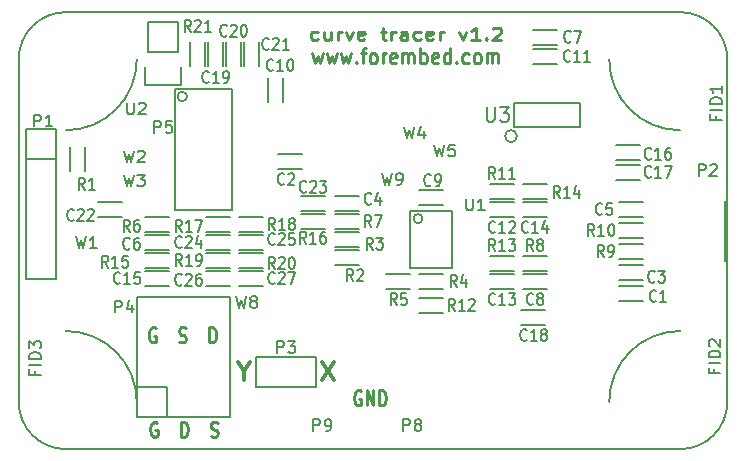
<source format=gbr>
G04 #@! TF.FileFunction,Legend,Top*
%FSLAX46Y46*%
G04 Gerber Fmt 4.6, Leading zero omitted, Abs format (unit mm)*
G04 Created by KiCad (PCBNEW 4.0.6-e0-6349~52~ubuntu16.10.1) date Wed Sep 13 22:27:02 2017*
%MOMM*%
%LPD*%
G01*
G04 APERTURE LIST*
%ADD10C,0.100000*%
%ADD11C,0.300000*%
%ADD12C,0.254000*%
%ADD13C,0.150000*%
%ADD14C,0.203200*%
G04 APERTURE END LIST*
D10*
D11*
X-10922000Y-11902286D02*
X-10922000Y-12616571D01*
X-11422000Y-11116571D02*
X-10922000Y-11902286D01*
X-10422000Y-11116571D01*
X-4309999Y-11116571D02*
X-3309999Y-12616571D01*
X-3309999Y-11116571D02*
X-4309999Y-12616571D01*
D12*
X-18402904Y-8255000D02*
X-18499666Y-8194524D01*
X-18644809Y-8194524D01*
X-18789951Y-8255000D01*
X-18886713Y-8375952D01*
X-18935094Y-8496905D01*
X-18983475Y-8738810D01*
X-18983475Y-8920238D01*
X-18935094Y-9162143D01*
X-18886713Y-9283095D01*
X-18789951Y-9404048D01*
X-18644809Y-9464524D01*
X-18548047Y-9464524D01*
X-18402904Y-9404048D01*
X-18354523Y-9343571D01*
X-18354523Y-8920238D01*
X-18548047Y-8920238D01*
X-16419285Y-9404048D02*
X-16274142Y-9464524D01*
X-16032238Y-9464524D01*
X-15935476Y-9404048D01*
X-15887095Y-9343571D01*
X-15838714Y-9222619D01*
X-15838714Y-9101667D01*
X-15887095Y-8980714D01*
X-15935476Y-8920238D01*
X-16032238Y-8859762D01*
X-16225761Y-8799286D01*
X-16322523Y-8738810D01*
X-16370904Y-8678333D01*
X-16419285Y-8557381D01*
X-16419285Y-8436429D01*
X-16370904Y-8315476D01*
X-16322523Y-8255000D01*
X-16225761Y-8194524D01*
X-15983857Y-8194524D01*
X-15838714Y-8255000D01*
X-13855095Y-9464524D02*
X-13855095Y-8194524D01*
X-13613190Y-8194524D01*
X-13468048Y-8255000D01*
X-13371286Y-8375952D01*
X-13322905Y-8496905D01*
X-13274524Y-8738810D01*
X-13274524Y-8920238D01*
X-13322905Y-9162143D01*
X-13371286Y-9283095D01*
X-13468048Y-9404048D01*
X-13613190Y-9464524D01*
X-13855095Y-9464524D01*
X-18275904Y-16256000D02*
X-18372666Y-16195524D01*
X-18517809Y-16195524D01*
X-18662951Y-16256000D01*
X-18759713Y-16376952D01*
X-18808094Y-16497905D01*
X-18856475Y-16739810D01*
X-18856475Y-16921238D01*
X-18808094Y-17163143D01*
X-18759713Y-17284095D01*
X-18662951Y-17405048D01*
X-18517809Y-17465524D01*
X-18421047Y-17465524D01*
X-18275904Y-17405048D01*
X-18227523Y-17344571D01*
X-18227523Y-16921238D01*
X-18421047Y-16921238D01*
X-16243904Y-17465524D02*
X-16243904Y-16195524D01*
X-16001999Y-16195524D01*
X-15856857Y-16256000D01*
X-15760095Y-16376952D01*
X-15711714Y-16497905D01*
X-15663333Y-16739810D01*
X-15663333Y-16921238D01*
X-15711714Y-17163143D01*
X-15760095Y-17284095D01*
X-15856857Y-17405048D01*
X-16001999Y-17465524D01*
X-16243904Y-17465524D01*
X-13728095Y-17405048D02*
X-13582952Y-17465524D01*
X-13341048Y-17465524D01*
X-13244286Y-17405048D01*
X-13195905Y-17344571D01*
X-13147524Y-17223619D01*
X-13147524Y-17102667D01*
X-13195905Y-16981714D01*
X-13244286Y-16921238D01*
X-13341048Y-16860762D01*
X-13534571Y-16800286D01*
X-13631333Y-16739810D01*
X-13679714Y-16679333D01*
X-13728095Y-16558381D01*
X-13728095Y-16437429D01*
X-13679714Y-16316476D01*
X-13631333Y-16256000D01*
X-13534571Y-16195524D01*
X-13292667Y-16195524D01*
X-13147524Y-16256000D01*
X-1028095Y-13589000D02*
X-1124857Y-13528524D01*
X-1270000Y-13528524D01*
X-1415142Y-13589000D01*
X-1511904Y-13709952D01*
X-1560285Y-13830905D01*
X-1608666Y-14072810D01*
X-1608666Y-14254238D01*
X-1560285Y-14496143D01*
X-1511904Y-14617095D01*
X-1415142Y-14738048D01*
X-1270000Y-14798524D01*
X-1173238Y-14798524D01*
X-1028095Y-14738048D01*
X-979714Y-14677571D01*
X-979714Y-14254238D01*
X-1173238Y-14254238D01*
X-544285Y-14798524D02*
X-544285Y-13528524D01*
X36286Y-14798524D01*
X36286Y-13528524D01*
X520096Y-14798524D02*
X520096Y-13528524D01*
X762001Y-13528524D01*
X907143Y-13589000D01*
X1003905Y-13709952D01*
X1052286Y-13830905D01*
X1100667Y-14072810D01*
X1100667Y-14254238D01*
X1052286Y-14496143D01*
X1003905Y-14617095D01*
X907143Y-14738048D01*
X762001Y-14798524D01*
X520096Y-14798524D01*
X-5125357Y15004143D02*
X-4907643Y14157476D01*
X-4689929Y14762238D01*
X-4472214Y14157476D01*
X-4254500Y15004143D01*
X-3927928Y15004143D02*
X-3710214Y14157476D01*
X-3492500Y14762238D01*
X-3274785Y14157476D01*
X-3057071Y15004143D01*
X-2730499Y15004143D02*
X-2512785Y14157476D01*
X-2295071Y14762238D01*
X-2077356Y14157476D01*
X-1859642Y15004143D01*
X-1424213Y14278429D02*
X-1369785Y14217952D01*
X-1424213Y14157476D01*
X-1478642Y14217952D01*
X-1424213Y14278429D01*
X-1424213Y14157476D01*
X-1043213Y15004143D02*
X-607784Y15004143D01*
X-879927Y14157476D02*
X-879927Y15246048D01*
X-825499Y15367000D01*
X-716641Y15427476D01*
X-607784Y15427476D01*
X-63498Y14157476D02*
X-172356Y14217952D01*
X-226784Y14278429D01*
X-281213Y14399381D01*
X-281213Y14762238D01*
X-226784Y14883190D01*
X-172356Y14943667D01*
X-63498Y15004143D01*
X99787Y15004143D01*
X208644Y14943667D01*
X263073Y14883190D01*
X317502Y14762238D01*
X317502Y14399381D01*
X263073Y14278429D01*
X208644Y14217952D01*
X99787Y14157476D01*
X-63498Y14157476D01*
X807359Y14157476D02*
X807359Y15004143D01*
X807359Y14762238D02*
X861787Y14883190D01*
X916216Y14943667D01*
X1025073Y15004143D01*
X1133930Y15004143D01*
X1950358Y14217952D02*
X1841501Y14157476D01*
X1623787Y14157476D01*
X1514930Y14217952D01*
X1460501Y14338905D01*
X1460501Y14822714D01*
X1514930Y14943667D01*
X1623787Y15004143D01*
X1841501Y15004143D01*
X1950358Y14943667D01*
X2004787Y14822714D01*
X2004787Y14701762D01*
X1460501Y14580810D01*
X2494644Y14157476D02*
X2494644Y15004143D01*
X2494644Y14883190D02*
X2549072Y14943667D01*
X2657930Y15004143D01*
X2821215Y15004143D01*
X2930072Y14943667D01*
X2984501Y14822714D01*
X2984501Y14157476D01*
X2984501Y14822714D02*
X3038930Y14943667D01*
X3147787Y15004143D01*
X3311072Y15004143D01*
X3419930Y14943667D01*
X3474358Y14822714D01*
X3474358Y14157476D01*
X4018644Y14157476D02*
X4018644Y15427476D01*
X4018644Y14943667D02*
X4127501Y15004143D01*
X4345215Y15004143D01*
X4454072Y14943667D01*
X4508501Y14883190D01*
X4562930Y14762238D01*
X4562930Y14399381D01*
X4508501Y14278429D01*
X4454072Y14217952D01*
X4345215Y14157476D01*
X4127501Y14157476D01*
X4018644Y14217952D01*
X5488215Y14217952D02*
X5379358Y14157476D01*
X5161644Y14157476D01*
X5052787Y14217952D01*
X4998358Y14338905D01*
X4998358Y14822714D01*
X5052787Y14943667D01*
X5161644Y15004143D01*
X5379358Y15004143D01*
X5488215Y14943667D01*
X5542644Y14822714D01*
X5542644Y14701762D01*
X4998358Y14580810D01*
X6522358Y14157476D02*
X6522358Y15427476D01*
X6522358Y14217952D02*
X6413501Y14157476D01*
X6195787Y14157476D01*
X6086929Y14217952D01*
X6032501Y14278429D01*
X5978072Y14399381D01*
X5978072Y14762238D01*
X6032501Y14883190D01*
X6086929Y14943667D01*
X6195787Y15004143D01*
X6413501Y15004143D01*
X6522358Y14943667D01*
X7066644Y14278429D02*
X7121072Y14217952D01*
X7066644Y14157476D01*
X7012215Y14217952D01*
X7066644Y14278429D01*
X7066644Y14157476D01*
X8100787Y14217952D02*
X7991930Y14157476D01*
X7774216Y14157476D01*
X7665358Y14217952D01*
X7610930Y14278429D01*
X7556501Y14399381D01*
X7556501Y14762238D01*
X7610930Y14883190D01*
X7665358Y14943667D01*
X7774216Y15004143D01*
X7991930Y15004143D01*
X8100787Y14943667D01*
X8753930Y14157476D02*
X8645072Y14217952D01*
X8590644Y14278429D01*
X8536215Y14399381D01*
X8536215Y14762238D01*
X8590644Y14883190D01*
X8645072Y14943667D01*
X8753930Y15004143D01*
X8917215Y15004143D01*
X9026072Y14943667D01*
X9080501Y14883190D01*
X9134930Y14762238D01*
X9134930Y14399381D01*
X9080501Y14278429D01*
X9026072Y14217952D01*
X8917215Y14157476D01*
X8753930Y14157476D01*
X9624787Y14157476D02*
X9624787Y15004143D01*
X9624787Y14883190D02*
X9679215Y14943667D01*
X9788073Y15004143D01*
X9951358Y15004143D01*
X10060215Y14943667D01*
X10114644Y14822714D01*
X10114644Y14157476D01*
X10114644Y14822714D02*
X10169073Y14943667D01*
X10277930Y15004143D01*
X10441215Y15004143D01*
X10550073Y14943667D01*
X10604501Y14822714D01*
X10604501Y14157476D01*
X-4674808Y16225762D02*
X-4795761Y16177381D01*
X-5037665Y16177381D01*
X-5158618Y16225762D01*
X-5219094Y16274143D01*
X-5279570Y16370905D01*
X-5279570Y16661190D01*
X-5219094Y16757952D01*
X-5158618Y16806333D01*
X-5037665Y16854714D01*
X-4795761Y16854714D01*
X-4674808Y16806333D01*
X-3586237Y16854714D02*
X-3586237Y16177381D01*
X-4130523Y16854714D02*
X-4130523Y16322524D01*
X-4070047Y16225762D01*
X-3949094Y16177381D01*
X-3767666Y16177381D01*
X-3646714Y16225762D01*
X-3586237Y16274143D01*
X-2981475Y16177381D02*
X-2981475Y16854714D01*
X-2981475Y16661190D02*
X-2920999Y16757952D01*
X-2860523Y16806333D01*
X-2739570Y16854714D01*
X-2618618Y16854714D01*
X-2316237Y16854714D02*
X-2013856Y16177381D01*
X-1711476Y16854714D01*
X-743857Y16225762D02*
X-864809Y16177381D01*
X-1106714Y16177381D01*
X-1227666Y16225762D01*
X-1288142Y16322524D01*
X-1288142Y16709571D01*
X-1227666Y16806333D01*
X-1106714Y16854714D01*
X-864809Y16854714D01*
X-743857Y16806333D01*
X-683380Y16709571D01*
X-683380Y16612810D01*
X-1288142Y16516048D01*
X647095Y16854714D02*
X1130905Y16854714D01*
X828524Y17193381D02*
X828524Y16322524D01*
X889000Y16225762D01*
X1009953Y16177381D01*
X1130905Y16177381D01*
X1554238Y16177381D02*
X1554238Y16854714D01*
X1554238Y16661190D02*
X1614714Y16757952D01*
X1675190Y16806333D01*
X1796143Y16854714D01*
X1917095Y16854714D01*
X2884714Y16177381D02*
X2884714Y16709571D01*
X2824237Y16806333D01*
X2703285Y16854714D01*
X2461380Y16854714D01*
X2340428Y16806333D01*
X2884714Y16225762D02*
X2763761Y16177381D01*
X2461380Y16177381D01*
X2340428Y16225762D01*
X2279952Y16322524D01*
X2279952Y16419286D01*
X2340428Y16516048D01*
X2461380Y16564429D01*
X2763761Y16564429D01*
X2884714Y16612810D01*
X4033762Y16225762D02*
X3912809Y16177381D01*
X3670905Y16177381D01*
X3549952Y16225762D01*
X3489476Y16274143D01*
X3429000Y16370905D01*
X3429000Y16661190D01*
X3489476Y16757952D01*
X3549952Y16806333D01*
X3670905Y16854714D01*
X3912809Y16854714D01*
X4033762Y16806333D01*
X5061856Y16225762D02*
X4940904Y16177381D01*
X4698999Y16177381D01*
X4578047Y16225762D01*
X4517571Y16322524D01*
X4517571Y16709571D01*
X4578047Y16806333D01*
X4698999Y16854714D01*
X4940904Y16854714D01*
X5061856Y16806333D01*
X5122333Y16709571D01*
X5122333Y16612810D01*
X4517571Y16516048D01*
X5666618Y16177381D02*
X5666618Y16854714D01*
X5666618Y16661190D02*
X5727094Y16757952D01*
X5787570Y16806333D01*
X5908523Y16854714D01*
X6029475Y16854714D01*
X7299475Y16854714D02*
X7601856Y16177381D01*
X7904236Y16854714D01*
X9053284Y16177381D02*
X8327570Y16177381D01*
X8690427Y16177381D02*
X8690427Y17193381D01*
X8569475Y17048238D01*
X8448522Y16951476D01*
X8327570Y16903095D01*
X9597570Y16274143D02*
X9658046Y16225762D01*
X9597570Y16177381D01*
X9537094Y16225762D01*
X9597570Y16274143D01*
X9597570Y16177381D01*
X10141856Y17096619D02*
X10202332Y17145000D01*
X10323284Y17193381D01*
X10625665Y17193381D01*
X10746618Y17145000D01*
X10807094Y17096619D01*
X10867570Y16999857D01*
X10867570Y16903095D01*
X10807094Y16757952D01*
X10081380Y16177381D01*
X10867570Y16177381D01*
D13*
X12192000Y8001000D02*
G75*
G03X12192000Y8001000I-508000J0D01*
G01*
X17526000Y10795000D02*
X11938000Y10795000D01*
X11938000Y10795000D02*
X11938000Y8763000D01*
X11938000Y8763000D02*
X17526000Y8763000D01*
X17526000Y8763000D02*
X17526000Y10795000D01*
X20828000Y-5969000D02*
X22860000Y-5969000D01*
X20828000Y-4699000D02*
X22860000Y-4699000D01*
X-20000000Y-14500000D02*
G75*
G03X-26000000Y-8500000I-6000000J0D01*
G01*
X-26000000Y8500000D02*
G75*
G03X-20000000Y14500000I0J6000000D01*
G01*
X26000000Y-8500000D02*
G75*
G03X20000000Y-14500000I0J-6000000D01*
G01*
X20000000Y14500000D02*
G75*
G03X26000000Y8500000I6000000J0D01*
G01*
X-30000000Y-14500000D02*
X-30000000Y14500000D01*
X-30000000Y-14500000D02*
G75*
G03X-26000000Y-18500000I4000000J0D01*
G01*
X26000000Y18500000D02*
X-26000000Y18500000D01*
X30000000Y14500000D02*
X30000000Y-14500000D01*
X-26000000Y-18500000D02*
X26000000Y-18500000D01*
X-26000000Y18500000D02*
G75*
G03X-30000000Y14500000I0J-4000000D01*
G01*
X26000000Y-18500000D02*
G75*
G03X30000000Y-14500000I0J4000000D01*
G01*
X30000000Y14500000D02*
G75*
G03X26000000Y18500000I-4000000J0D01*
G01*
X-8001000Y5207000D02*
X-5969000Y5207000D01*
X-8001000Y6477000D02*
X-5969000Y6477000D01*
X22860000Y-2921000D02*
X20828000Y-2921000D01*
X22860000Y-4191000D02*
X20828000Y-4191000D01*
X-1143000Y2921000D02*
X-3175000Y2921000D01*
X-1143000Y1651000D02*
X-3175000Y1651000D01*
X22860000Y2413000D02*
X20828000Y2413000D01*
X22860000Y1143000D02*
X20828000Y1143000D01*
X-17272000Y-381000D02*
X-19304000Y-381000D01*
X-17272000Y-1651000D02*
X-19304000Y-1651000D01*
X15621000Y17018000D02*
X13589000Y17018000D01*
X15621000Y15748000D02*
X13589000Y15748000D01*
X-26797000Y6096000D02*
X-29337000Y6096000D01*
X-26797000Y8636000D02*
X-26797000Y-4064000D01*
X-26797000Y-4064000D02*
X-29337000Y-4064000D01*
X-29337000Y-4064000D02*
X-29337000Y8636000D01*
X-29337000Y8636000D02*
X-26797000Y8636000D01*
X-17399000Y-15748000D02*
X-17399000Y-13208000D01*
X-17399000Y-13208000D02*
X-19939000Y-13208000D01*
X-19939000Y-5588000D02*
X-12065000Y-5588000D01*
X-12065000Y-5588000D02*
X-12065000Y-15748000D01*
X-12065000Y-15748000D02*
X-19939000Y-15748000D01*
X-19939000Y-15748000D02*
X-19939000Y-5588000D01*
X-25654000Y7112000D02*
X-25654000Y5080000D01*
X-24384000Y7112000D02*
X-24384000Y5080000D01*
X-1143000Y-1651000D02*
X-3175000Y-1651000D01*
X-1143000Y-2921000D02*
X-3175000Y-2921000D01*
X-3175000Y-1397000D02*
X-1143000Y-1397000D01*
X-3175000Y-127000D02*
X-1143000Y-127000D01*
X5969000Y-3683000D02*
X3937000Y-3683000D01*
X5969000Y-4953000D02*
X3937000Y-4953000D01*
X1143000Y-4953000D02*
X3175000Y-4953000D01*
X1143000Y-3683000D02*
X3175000Y-3683000D01*
X-19304000Y-127000D02*
X-17272000Y-127000D01*
X-19304000Y1143000D02*
X-17272000Y1143000D01*
X-1143000Y1397000D02*
X-3175000Y1397000D01*
X-1143000Y127000D02*
X-3175000Y127000D01*
X12700000Y-3429000D02*
X14732000Y-3429000D01*
X12700000Y-2159000D02*
X14732000Y-2159000D01*
X20828000Y-2413000D02*
X22860000Y-2413000D01*
X20828000Y-1143000D02*
X22860000Y-1143000D01*
X20828000Y-635000D02*
X22860000Y-635000D01*
X20828000Y635000D02*
X22860000Y635000D01*
X9906000Y2667000D02*
X11938000Y2667000D01*
X9906000Y3937000D02*
X11938000Y3937000D01*
X3937000Y-6985000D02*
X5969000Y-6985000D01*
X3937000Y-5715000D02*
X5969000Y-5715000D01*
X-15751000Y11358000D02*
G75*
G03X-15751000Y11358000I-400000J0D01*
G01*
X-11951000Y11958000D02*
X-16751000Y11958000D01*
X-16751000Y11958000D02*
X-16751000Y1758000D01*
X-16751000Y1758000D02*
X-11951000Y1758000D01*
X-11951000Y1758000D02*
X-11951000Y11958000D01*
X29845000Y-2540000D02*
X29845000Y2540000D01*
X3937000Y2159000D02*
X5969000Y2159000D01*
X3937000Y3429000D02*
X5969000Y3429000D01*
X-8890000Y12954000D02*
X-8890000Y10922000D01*
X-7620000Y12954000D02*
X-7620000Y10922000D01*
X15621000Y15367000D02*
X13589000Y15367000D01*
X15621000Y14097000D02*
X13589000Y14097000D01*
X12700000Y-4953000D02*
X14732000Y-4953000D01*
X12700000Y-3683000D02*
X14732000Y-3683000D01*
X9906000Y1143000D02*
X11938000Y1143000D01*
X9906000Y2413000D02*
X11938000Y2413000D01*
X9906000Y-4953000D02*
X11938000Y-4953000D01*
X9906000Y-3683000D02*
X11938000Y-3683000D01*
X12700000Y1143000D02*
X14732000Y1143000D01*
X12700000Y2413000D02*
X14732000Y2413000D01*
X9906000Y-3429000D02*
X11938000Y-3429000D01*
X9906000Y-2159000D02*
X11938000Y-2159000D01*
X12700000Y2667000D02*
X14732000Y2667000D01*
X12700000Y3937000D02*
X14732000Y3937000D01*
X6731000Y1651000D02*
X6731000Y-3175000D01*
X6731000Y-3175000D02*
X3175000Y-3175000D01*
X3175000Y-3175000D02*
X3175000Y1651000D01*
X3175000Y1651000D02*
X6731000Y1651000D01*
X4191000Y1016000D02*
G75*
G03X4191000Y1016000I-381000J0D01*
G01*
X-19304000Y-4699000D02*
X-17272000Y-4699000D01*
X-19304000Y-3429000D02*
X-17272000Y-3429000D01*
X-19304000Y-3175000D02*
X-17272000Y-3175000D01*
X-19304000Y-1905000D02*
X-17272000Y-1905000D01*
X20574000Y5969000D02*
X22606000Y5969000D01*
X20574000Y7239000D02*
X22606000Y7239000D01*
X20574000Y4318000D02*
X22606000Y4318000D01*
X20574000Y5588000D02*
X22606000Y5588000D01*
X12573000Y-8001000D02*
X14605000Y-8001000D01*
X12573000Y-6731000D02*
X14605000Y-6731000D01*
X-12700000Y13970000D02*
X-12700000Y16002000D01*
X-13970000Y13970000D02*
X-13970000Y16002000D01*
X-11176000Y13970000D02*
X-11176000Y16002000D01*
X-12446000Y13970000D02*
X-12446000Y16002000D01*
X-9652000Y13970000D02*
X-9652000Y16002000D01*
X-10922000Y13970000D02*
X-10922000Y16002000D01*
X-21209000Y2413000D02*
X-23241000Y2413000D01*
X-21209000Y1143000D02*
X-23241000Y1143000D01*
X-4064000Y2921000D02*
X-6096000Y2921000D01*
X-4064000Y1651000D02*
X-6096000Y1651000D01*
X-4064000Y1397000D02*
X-6096000Y1397000D01*
X-4064000Y127000D02*
X-6096000Y127000D01*
X-12065000Y-381000D02*
X-14097000Y-381000D01*
X-12065000Y-1651000D02*
X-14097000Y-1651000D01*
X-11303000Y-1651000D02*
X-9271000Y-1651000D01*
X-11303000Y-381000D02*
X-9271000Y-381000D01*
X-12065000Y-3429000D02*
X-14097000Y-3429000D01*
X-12065000Y-4699000D02*
X-14097000Y-4699000D01*
X-11303000Y-4699000D02*
X-9271000Y-4699000D01*
X-11303000Y-3429000D02*
X-9271000Y-3429000D01*
X-12065000Y1143000D02*
X-14097000Y1143000D01*
X-12065000Y-127000D02*
X-14097000Y-127000D01*
X-9271000Y1143000D02*
X-11303000Y1143000D01*
X-9271000Y-127000D02*
X-11303000Y-127000D01*
X-12065000Y-1905000D02*
X-14097000Y-1905000D01*
X-12065000Y-3175000D02*
X-14097000Y-3175000D01*
X-11303000Y-3175000D02*
X-9271000Y-3175000D01*
X-11303000Y-1905000D02*
X-9271000Y-1905000D01*
X-19050000Y15113000D02*
X-19050000Y17653000D01*
X-19330000Y12293000D02*
X-19330000Y13843000D01*
X-19050000Y15113000D02*
X-16510000Y15113000D01*
X-16230000Y13843000D02*
X-16230000Y12293000D01*
X-16230000Y12293000D02*
X-19330000Y12293000D01*
X-16510000Y15113000D02*
X-16510000Y17653000D01*
X-16510000Y17653000D02*
X-19050000Y17653000D01*
X-15494000Y16002000D02*
X-15494000Y13970000D01*
X-14224000Y16002000D02*
X-14224000Y13970000D01*
X-9906000Y-13208000D02*
X-4826000Y-13208000D01*
X-4826000Y-13208000D02*
X-4826000Y-10668000D01*
X-4826000Y-10668000D02*
X-9906000Y-10668000D01*
X-9906000Y-10668000D02*
X-9906000Y-13208000D01*
X-28646429Y-11866428D02*
X-28646429Y-12199762D01*
X-28122619Y-12199762D02*
X-29122619Y-12199762D01*
X-29122619Y-11723571D01*
X-28122619Y-11342619D02*
X-29122619Y-11342619D01*
X-28122619Y-10866429D02*
X-29122619Y-10866429D01*
X-29122619Y-10628334D01*
X-29075000Y-10485476D01*
X-28979762Y-10390238D01*
X-28884524Y-10342619D01*
X-28694048Y-10295000D01*
X-28551190Y-10295000D01*
X-28360714Y-10342619D01*
X-28265476Y-10390238D01*
X-28170238Y-10485476D01*
X-28122619Y-10628334D01*
X-28122619Y-10866429D01*
X-29122619Y-9961667D02*
X-29122619Y-9342619D01*
X-28741667Y-9675953D01*
X-28741667Y-9533095D01*
X-28694048Y-9437857D01*
X-28646429Y-9390238D01*
X-28551190Y-9342619D01*
X-28313095Y-9342619D01*
X-28217857Y-9390238D01*
X-28170238Y-9437857D01*
X-28122619Y-9533095D01*
X-28122619Y-9818810D01*
X-28170238Y-9914048D01*
X-28217857Y-9961667D01*
X9626714Y10436143D02*
X9626714Y9464714D01*
X9683857Y9350429D01*
X9741000Y9293286D01*
X9855286Y9236143D01*
X10083857Y9236143D01*
X10198143Y9293286D01*
X10255286Y9350429D01*
X10312429Y9464714D01*
X10312429Y10436143D01*
X10769572Y10436143D02*
X11512429Y10436143D01*
X11112429Y9979000D01*
X11283857Y9979000D01*
X11398143Y9921857D01*
X11455286Y9864714D01*
X11512429Y9750429D01*
X11512429Y9464714D01*
X11455286Y9350429D01*
X11398143Y9293286D01*
X11283857Y9236143D01*
X10941000Y9236143D01*
X10826714Y9293286D01*
X10769572Y9350429D01*
D14*
X23981834Y-5950857D02*
X23939500Y-5999238D01*
X23812500Y-6047619D01*
X23727834Y-6047619D01*
X23600834Y-5999238D01*
X23516167Y-5902476D01*
X23473834Y-5805714D01*
X23431500Y-5612190D01*
X23431500Y-5467048D01*
X23473834Y-5273524D01*
X23516167Y-5176762D01*
X23600834Y-5080000D01*
X23727834Y-5031619D01*
X23812500Y-5031619D01*
X23939500Y-5080000D01*
X23981834Y-5128381D01*
X24828500Y-6047619D02*
X24320500Y-6047619D01*
X24574500Y-6047619D02*
X24574500Y-5031619D01*
X24489834Y-5176762D01*
X24405167Y-5273524D01*
X24320500Y-5321905D01*
D13*
X29011571Y9723572D02*
X29011571Y9390238D01*
X29535381Y9390238D02*
X28535381Y9390238D01*
X28535381Y9866429D01*
X29535381Y10247381D02*
X28535381Y10247381D01*
X29535381Y10723571D02*
X28535381Y10723571D01*
X28535381Y10961666D01*
X28583000Y11104524D01*
X28678238Y11199762D01*
X28773476Y11247381D01*
X28963952Y11295000D01*
X29106810Y11295000D01*
X29297286Y11247381D01*
X29392524Y11199762D01*
X29487762Y11104524D01*
X29535381Y10961666D01*
X29535381Y10723571D01*
X29535381Y12247381D02*
X29535381Y11675952D01*
X29535381Y11961666D02*
X28535381Y11961666D01*
X28678238Y11866428D01*
X28773476Y11771190D01*
X28821095Y11675952D01*
D14*
X-7514166Y3955143D02*
X-7556500Y3906762D01*
X-7683500Y3858381D01*
X-7768166Y3858381D01*
X-7895166Y3906762D01*
X-7979833Y4003524D01*
X-8022166Y4100286D01*
X-8064500Y4293810D01*
X-8064500Y4438952D01*
X-8022166Y4632476D01*
X-7979833Y4729238D01*
X-7895166Y4826000D01*
X-7768166Y4874381D01*
X-7683500Y4874381D01*
X-7556500Y4826000D01*
X-7514166Y4777619D01*
X-7175500Y4777619D02*
X-7133166Y4826000D01*
X-7048500Y4874381D01*
X-6836833Y4874381D01*
X-6752166Y4826000D01*
X-6709833Y4777619D01*
X-6667500Y4680857D01*
X-6667500Y4584095D01*
X-6709833Y4438952D01*
X-7217833Y3858381D01*
X-6667500Y3858381D01*
X23854834Y-4299857D02*
X23812500Y-4348238D01*
X23685500Y-4396619D01*
X23600834Y-4396619D01*
X23473834Y-4348238D01*
X23389167Y-4251476D01*
X23346834Y-4154714D01*
X23304500Y-3961190D01*
X23304500Y-3816048D01*
X23346834Y-3622524D01*
X23389167Y-3525762D01*
X23473834Y-3429000D01*
X23600834Y-3380619D01*
X23685500Y-3380619D01*
X23812500Y-3429000D01*
X23854834Y-3477381D01*
X24151167Y-3380619D02*
X24701500Y-3380619D01*
X24405167Y-3767667D01*
X24532167Y-3767667D01*
X24616834Y-3816048D01*
X24659167Y-3864429D01*
X24701500Y-3961190D01*
X24701500Y-4203095D01*
X24659167Y-4299857D01*
X24616834Y-4348238D01*
X24532167Y-4396619D01*
X24278167Y-4396619D01*
X24193500Y-4348238D01*
X24151167Y-4299857D01*
X-148166Y2304143D02*
X-190500Y2255762D01*
X-317500Y2207381D01*
X-402166Y2207381D01*
X-529166Y2255762D01*
X-613833Y2352524D01*
X-656166Y2449286D01*
X-698500Y2642810D01*
X-698500Y2787952D01*
X-656166Y2981476D01*
X-613833Y3078238D01*
X-529166Y3175000D01*
X-402166Y3223381D01*
X-317500Y3223381D01*
X-190500Y3175000D01*
X-148166Y3126619D01*
X613834Y2884714D02*
X613834Y2207381D01*
X402167Y3271762D02*
X190500Y2546048D01*
X740834Y2546048D01*
X19409834Y1415143D02*
X19367500Y1366762D01*
X19240500Y1318381D01*
X19155834Y1318381D01*
X19028834Y1366762D01*
X18944167Y1463524D01*
X18901834Y1560286D01*
X18859500Y1753810D01*
X18859500Y1898952D01*
X18901834Y2092476D01*
X18944167Y2189238D01*
X19028834Y2286000D01*
X19155834Y2334381D01*
X19240500Y2334381D01*
X19367500Y2286000D01*
X19409834Y2237619D01*
X20214167Y2334381D02*
X19790834Y2334381D01*
X19748500Y1850571D01*
X19790834Y1898952D01*
X19875500Y1947333D01*
X20087167Y1947333D01*
X20171834Y1898952D01*
X20214167Y1850571D01*
X20256500Y1753810D01*
X20256500Y1511905D01*
X20214167Y1415143D01*
X20171834Y1366762D01*
X20087167Y1318381D01*
X19875500Y1318381D01*
X19790834Y1366762D01*
X19748500Y1415143D01*
X-20595166Y-1505857D02*
X-20637500Y-1554238D01*
X-20764500Y-1602619D01*
X-20849166Y-1602619D01*
X-20976166Y-1554238D01*
X-21060833Y-1457476D01*
X-21103166Y-1360714D01*
X-21145500Y-1167190D01*
X-21145500Y-1022048D01*
X-21103166Y-828524D01*
X-21060833Y-731762D01*
X-20976166Y-635000D01*
X-20849166Y-586619D01*
X-20764500Y-586619D01*
X-20637500Y-635000D01*
X-20595166Y-683381D01*
X-19833166Y-586619D02*
X-20002500Y-586619D01*
X-20087166Y-635000D01*
X-20129500Y-683381D01*
X-20214166Y-828524D01*
X-20256500Y-1022048D01*
X-20256500Y-1409095D01*
X-20214166Y-1505857D01*
X-20171833Y-1554238D01*
X-20087166Y-1602619D01*
X-19917833Y-1602619D01*
X-19833166Y-1554238D01*
X-19790833Y-1505857D01*
X-19748500Y-1409095D01*
X-19748500Y-1167190D01*
X-19790833Y-1070429D01*
X-19833166Y-1022048D01*
X-19917833Y-973667D01*
X-20087166Y-973667D01*
X-20171833Y-1022048D01*
X-20214166Y-1070429D01*
X-20256500Y-1167190D01*
X16742834Y16020143D02*
X16700500Y15971762D01*
X16573500Y15923381D01*
X16488834Y15923381D01*
X16361834Y15971762D01*
X16277167Y16068524D01*
X16234834Y16165286D01*
X16192500Y16358810D01*
X16192500Y16503952D01*
X16234834Y16697476D01*
X16277167Y16794238D01*
X16361834Y16891000D01*
X16488834Y16939381D01*
X16573500Y16939381D01*
X16700500Y16891000D01*
X16742834Y16842619D01*
X17039167Y16939381D02*
X17631834Y16939381D01*
X17250834Y15923381D01*
D13*
X-28678095Y8818619D02*
X-28678095Y9818619D01*
X-28297142Y9818619D01*
X-28201904Y9771000D01*
X-28154285Y9723381D01*
X-28106666Y9628143D01*
X-28106666Y9485286D01*
X-28154285Y9390048D01*
X-28201904Y9342429D01*
X-28297142Y9294810D01*
X-28678095Y9294810D01*
X-27154285Y8818619D02*
X-27725714Y8818619D01*
X-27440000Y8818619D02*
X-27440000Y9818619D01*
X-27535238Y9675762D01*
X-27630476Y9580524D01*
X-27725714Y9532905D01*
X-21820095Y-6929381D02*
X-21820095Y-5929381D01*
X-21439142Y-5929381D01*
X-21343904Y-5977000D01*
X-21296285Y-6024619D01*
X-21248666Y-6119857D01*
X-21248666Y-6262714D01*
X-21296285Y-6357952D01*
X-21343904Y-6405571D01*
X-21439142Y-6453190D01*
X-21820095Y-6453190D01*
X-20391523Y-6262714D02*
X-20391523Y-6929381D01*
X-20629619Y-5881762D02*
X-20867714Y-6596048D01*
X-20248666Y-6596048D01*
D14*
X-24405166Y3477381D02*
X-24701500Y3961190D01*
X-24913166Y3477381D02*
X-24913166Y4493381D01*
X-24574500Y4493381D01*
X-24489833Y4445000D01*
X-24447500Y4396619D01*
X-24405166Y4299857D01*
X-24405166Y4154714D01*
X-24447500Y4057952D01*
X-24489833Y4009571D01*
X-24574500Y3961190D01*
X-24913166Y3961190D01*
X-23558500Y3477381D02*
X-24066500Y3477381D01*
X-23812500Y3477381D02*
X-23812500Y4493381D01*
X-23897166Y4348238D01*
X-23981833Y4251476D01*
X-24066500Y4203095D01*
X-1672166Y-4269619D02*
X-1968500Y-3785810D01*
X-2180166Y-4269619D02*
X-2180166Y-3253619D01*
X-1841500Y-3253619D01*
X-1756833Y-3302000D01*
X-1714500Y-3350381D01*
X-1672166Y-3447143D01*
X-1672166Y-3592286D01*
X-1714500Y-3689048D01*
X-1756833Y-3737429D01*
X-1841500Y-3785810D01*
X-2180166Y-3785810D01*
X-1333500Y-3350381D02*
X-1291166Y-3302000D01*
X-1206500Y-3253619D01*
X-994833Y-3253619D01*
X-910166Y-3302000D01*
X-867833Y-3350381D01*
X-825500Y-3447143D01*
X-825500Y-3543905D01*
X-867833Y-3689048D01*
X-1375833Y-4269619D01*
X-825500Y-4269619D01*
X-21166Y-1602619D02*
X-317500Y-1118810D01*
X-529166Y-1602619D02*
X-529166Y-586619D01*
X-190500Y-586619D01*
X-105833Y-635000D01*
X-63500Y-683381D01*
X-21166Y-780143D01*
X-21166Y-925286D01*
X-63500Y-1022048D01*
X-105833Y-1070429D01*
X-190500Y-1118810D01*
X-529166Y-1118810D01*
X275167Y-586619D02*
X825500Y-586619D01*
X529167Y-973667D01*
X656167Y-973667D01*
X740834Y-1022048D01*
X783167Y-1070429D01*
X825500Y-1167190D01*
X825500Y-1409095D01*
X783167Y-1505857D01*
X740834Y-1554238D01*
X656167Y-1602619D01*
X402167Y-1602619D01*
X317500Y-1554238D01*
X275167Y-1505857D01*
X7090834Y-4777619D02*
X6794500Y-4293810D01*
X6582834Y-4777619D02*
X6582834Y-3761619D01*
X6921500Y-3761619D01*
X7006167Y-3810000D01*
X7048500Y-3858381D01*
X7090834Y-3955143D01*
X7090834Y-4100286D01*
X7048500Y-4197048D01*
X7006167Y-4245429D01*
X6921500Y-4293810D01*
X6582834Y-4293810D01*
X7852834Y-4100286D02*
X7852834Y-4777619D01*
X7641167Y-3713238D02*
X7429500Y-4438952D01*
X7979834Y-4438952D01*
X2010834Y-6301619D02*
X1714500Y-5817810D01*
X1502834Y-6301619D02*
X1502834Y-5285619D01*
X1841500Y-5285619D01*
X1926167Y-5334000D01*
X1968500Y-5382381D01*
X2010834Y-5479143D01*
X2010834Y-5624286D01*
X1968500Y-5721048D01*
X1926167Y-5769429D01*
X1841500Y-5817810D01*
X1502834Y-5817810D01*
X2815167Y-5285619D02*
X2391834Y-5285619D01*
X2349500Y-5769429D01*
X2391834Y-5721048D01*
X2476500Y-5672667D01*
X2688167Y-5672667D01*
X2772834Y-5721048D01*
X2815167Y-5769429D01*
X2857500Y-5866190D01*
X2857500Y-6108095D01*
X2815167Y-6204857D01*
X2772834Y-6253238D01*
X2688167Y-6301619D01*
X2476500Y-6301619D01*
X2391834Y-6253238D01*
X2349500Y-6204857D01*
X-20595166Y-78619D02*
X-20891500Y405190D01*
X-21103166Y-78619D02*
X-21103166Y937381D01*
X-20764500Y937381D01*
X-20679833Y889000D01*
X-20637500Y840619D01*
X-20595166Y743857D01*
X-20595166Y598714D01*
X-20637500Y501952D01*
X-20679833Y453571D01*
X-20764500Y405190D01*
X-21103166Y405190D01*
X-19833166Y937381D02*
X-20002500Y937381D01*
X-20087166Y889000D01*
X-20129500Y840619D01*
X-20214166Y695476D01*
X-20256500Y501952D01*
X-20256500Y114905D01*
X-20214166Y18143D01*
X-20171833Y-30238D01*
X-20087166Y-78619D01*
X-19917833Y-78619D01*
X-19833166Y-30238D01*
X-19790833Y18143D01*
X-19748500Y114905D01*
X-19748500Y356810D01*
X-19790833Y453571D01*
X-19833166Y501952D01*
X-19917833Y550333D01*
X-20087166Y550333D01*
X-20171833Y501952D01*
X-20214166Y453571D01*
X-20256500Y356810D01*
X-148166Y302381D02*
X-444500Y786190D01*
X-656166Y302381D02*
X-656166Y1318381D01*
X-317500Y1318381D01*
X-232833Y1270000D01*
X-190500Y1221619D01*
X-148166Y1124857D01*
X-148166Y979714D01*
X-190500Y882952D01*
X-232833Y834571D01*
X-317500Y786190D01*
X-656166Y786190D01*
X148167Y1318381D02*
X740834Y1318381D01*
X359834Y302381D01*
X13567834Y-1729619D02*
X13271500Y-1245810D01*
X13059834Y-1729619D02*
X13059834Y-713619D01*
X13398500Y-713619D01*
X13483167Y-762000D01*
X13525500Y-810381D01*
X13567834Y-907143D01*
X13567834Y-1052286D01*
X13525500Y-1149048D01*
X13483167Y-1197429D01*
X13398500Y-1245810D01*
X13059834Y-1245810D01*
X14075834Y-1149048D02*
X13991167Y-1100667D01*
X13948834Y-1052286D01*
X13906500Y-955524D01*
X13906500Y-907143D01*
X13948834Y-810381D01*
X13991167Y-762000D01*
X14075834Y-713619D01*
X14245167Y-713619D01*
X14329834Y-762000D01*
X14372167Y-810381D01*
X14414500Y-907143D01*
X14414500Y-955524D01*
X14372167Y-1052286D01*
X14329834Y-1100667D01*
X14245167Y-1149048D01*
X14075834Y-1149048D01*
X13991167Y-1197429D01*
X13948834Y-1245810D01*
X13906500Y-1342571D01*
X13906500Y-1536095D01*
X13948834Y-1632857D01*
X13991167Y-1681238D01*
X14075834Y-1729619D01*
X14245167Y-1729619D01*
X14329834Y-1681238D01*
X14372167Y-1632857D01*
X14414500Y-1536095D01*
X14414500Y-1342571D01*
X14372167Y-1245810D01*
X14329834Y-1197429D01*
X14245167Y-1149048D01*
X19536834Y-2237619D02*
X19240500Y-1753810D01*
X19028834Y-2237619D02*
X19028834Y-1221619D01*
X19367500Y-1221619D01*
X19452167Y-1270000D01*
X19494500Y-1318381D01*
X19536834Y-1415143D01*
X19536834Y-1560286D01*
X19494500Y-1657048D01*
X19452167Y-1705429D01*
X19367500Y-1753810D01*
X19028834Y-1753810D01*
X19960167Y-2237619D02*
X20129500Y-2237619D01*
X20214167Y-2189238D01*
X20256500Y-2140857D01*
X20341167Y-1995714D01*
X20383500Y-1802190D01*
X20383500Y-1415143D01*
X20341167Y-1318381D01*
X20298834Y-1270000D01*
X20214167Y-1221619D01*
X20044834Y-1221619D01*
X19960167Y-1270000D01*
X19917834Y-1318381D01*
X19875500Y-1415143D01*
X19875500Y-1657048D01*
X19917834Y-1753810D01*
X19960167Y-1802190D01*
X20044834Y-1850571D01*
X20214167Y-1850571D01*
X20298834Y-1802190D01*
X20341167Y-1753810D01*
X20383500Y-1657048D01*
X18732500Y-459619D02*
X18436166Y24190D01*
X18224500Y-459619D02*
X18224500Y556381D01*
X18563166Y556381D01*
X18647833Y508000D01*
X18690166Y459619D01*
X18732500Y362857D01*
X18732500Y217714D01*
X18690166Y120952D01*
X18647833Y72571D01*
X18563166Y24190D01*
X18224500Y24190D01*
X19579166Y-459619D02*
X19071166Y-459619D01*
X19325166Y-459619D02*
X19325166Y556381D01*
X19240500Y411238D01*
X19155833Y314476D01*
X19071166Y266095D01*
X20129500Y556381D02*
X20214167Y556381D01*
X20298833Y508000D01*
X20341167Y459619D01*
X20383500Y362857D01*
X20425833Y169333D01*
X20425833Y-72571D01*
X20383500Y-266095D01*
X20341167Y-362857D01*
X20298833Y-411238D01*
X20214167Y-459619D01*
X20129500Y-459619D01*
X20044833Y-411238D01*
X20002500Y-362857D01*
X19960167Y-266095D01*
X19917833Y-72571D01*
X19917833Y169333D01*
X19960167Y362857D01*
X20002500Y459619D01*
X20044833Y508000D01*
X20129500Y556381D01*
X10350500Y4366381D02*
X10054166Y4850190D01*
X9842500Y4366381D02*
X9842500Y5382381D01*
X10181166Y5382381D01*
X10265833Y5334000D01*
X10308166Y5285619D01*
X10350500Y5188857D01*
X10350500Y5043714D01*
X10308166Y4946952D01*
X10265833Y4898571D01*
X10181166Y4850190D01*
X9842500Y4850190D01*
X11197166Y4366381D02*
X10689166Y4366381D01*
X10943166Y4366381D02*
X10943166Y5382381D01*
X10858500Y5237238D01*
X10773833Y5140476D01*
X10689166Y5092095D01*
X12043833Y4366381D02*
X11535833Y4366381D01*
X11789833Y4366381D02*
X11789833Y5382381D01*
X11705167Y5237238D01*
X11620500Y5140476D01*
X11535833Y5092095D01*
X6921500Y-6809619D02*
X6625166Y-6325810D01*
X6413500Y-6809619D02*
X6413500Y-5793619D01*
X6752166Y-5793619D01*
X6836833Y-5842000D01*
X6879166Y-5890381D01*
X6921500Y-5987143D01*
X6921500Y-6132286D01*
X6879166Y-6229048D01*
X6836833Y-6277429D01*
X6752166Y-6325810D01*
X6413500Y-6325810D01*
X7768166Y-6809619D02*
X7260166Y-6809619D01*
X7514166Y-6809619D02*
X7514166Y-5793619D01*
X7429500Y-5938762D01*
X7344833Y-6035524D01*
X7260166Y-6083905D01*
X8106833Y-5890381D02*
X8149167Y-5842000D01*
X8233833Y-5793619D01*
X8445500Y-5793619D01*
X8530167Y-5842000D01*
X8572500Y-5890381D01*
X8614833Y-5987143D01*
X8614833Y-6083905D01*
X8572500Y-6229048D01*
X8064500Y-6809619D01*
X8614833Y-6809619D01*
D13*
X-20827905Y10834619D02*
X-20827905Y10025095D01*
X-20780286Y9929857D01*
X-20732667Y9882238D01*
X-20637429Y9834619D01*
X-20446952Y9834619D01*
X-20351714Y9882238D01*
X-20304095Y9929857D01*
X-20256476Y10025095D01*
X-20256476Y10834619D01*
X-19827905Y10739381D02*
X-19780286Y10787000D01*
X-19685048Y10834619D01*
X-19446952Y10834619D01*
X-19351714Y10787000D01*
X-19304095Y10739381D01*
X-19256476Y10644143D01*
X-19256476Y10548905D01*
X-19304095Y10406048D01*
X-19875524Y9834619D01*
X-19256476Y9834619D01*
X27582905Y4627619D02*
X27582905Y5627619D01*
X27963858Y5627619D01*
X28059096Y5580000D01*
X28106715Y5532381D01*
X28154334Y5437143D01*
X28154334Y5294286D01*
X28106715Y5199048D01*
X28059096Y5151429D01*
X27963858Y5103810D01*
X27582905Y5103810D01*
X28535286Y5532381D02*
X28582905Y5580000D01*
X28678143Y5627619D01*
X28916239Y5627619D01*
X29011477Y5580000D01*
X29059096Y5532381D01*
X29106715Y5437143D01*
X29106715Y5341905D01*
X29059096Y5199048D01*
X28487667Y4627619D01*
X29106715Y4627619D01*
D14*
X4882834Y3863143D02*
X4840500Y3814762D01*
X4713500Y3766381D01*
X4628834Y3766381D01*
X4501834Y3814762D01*
X4417167Y3911524D01*
X4374834Y4008286D01*
X4332500Y4201810D01*
X4332500Y4346952D01*
X4374834Y4540476D01*
X4417167Y4637238D01*
X4501834Y4734000D01*
X4628834Y4782381D01*
X4713500Y4782381D01*
X4840500Y4734000D01*
X4882834Y4685619D01*
X5306167Y3766381D02*
X5475500Y3766381D01*
X5560167Y3814762D01*
X5602500Y3863143D01*
X5687167Y4008286D01*
X5729500Y4201810D01*
X5729500Y4588857D01*
X5687167Y4685619D01*
X5644834Y4734000D01*
X5560167Y4782381D01*
X5390834Y4782381D01*
X5306167Y4734000D01*
X5263834Y4685619D01*
X5221500Y4588857D01*
X5221500Y4346952D01*
X5263834Y4250190D01*
X5306167Y4201810D01*
X5390834Y4153429D01*
X5560167Y4153429D01*
X5644834Y4201810D01*
X5687167Y4250190D01*
X5729500Y4346952D01*
X-8445500Y13607143D02*
X-8487834Y13558762D01*
X-8614834Y13510381D01*
X-8699500Y13510381D01*
X-8826500Y13558762D01*
X-8911167Y13655524D01*
X-8953500Y13752286D01*
X-8995834Y13945810D01*
X-8995834Y14090952D01*
X-8953500Y14284476D01*
X-8911167Y14381238D01*
X-8826500Y14478000D01*
X-8699500Y14526381D01*
X-8614834Y14526381D01*
X-8487834Y14478000D01*
X-8445500Y14429619D01*
X-7598834Y13510381D02*
X-8106834Y13510381D01*
X-7852834Y13510381D02*
X-7852834Y14526381D01*
X-7937500Y14381238D01*
X-8022167Y14284476D01*
X-8106834Y14236095D01*
X-7048500Y14526381D02*
X-6963833Y14526381D01*
X-6879167Y14478000D01*
X-6836833Y14429619D01*
X-6794500Y14332857D01*
X-6752167Y14139333D01*
X-6752167Y13897429D01*
X-6794500Y13703905D01*
X-6836833Y13607143D01*
X-6879167Y13558762D01*
X-6963833Y13510381D01*
X-7048500Y13510381D01*
X-7133167Y13558762D01*
X-7175500Y13607143D01*
X-7217833Y13703905D01*
X-7260167Y13897429D01*
X-7260167Y14139333D01*
X-7217833Y14332857D01*
X-7175500Y14429619D01*
X-7133167Y14478000D01*
X-7048500Y14526381D01*
X16700500Y14369143D02*
X16658166Y14320762D01*
X16531166Y14272381D01*
X16446500Y14272381D01*
X16319500Y14320762D01*
X16234833Y14417524D01*
X16192500Y14514286D01*
X16150166Y14707810D01*
X16150166Y14852952D01*
X16192500Y15046476D01*
X16234833Y15143238D01*
X16319500Y15240000D01*
X16446500Y15288381D01*
X16531166Y15288381D01*
X16658166Y15240000D01*
X16700500Y15191619D01*
X17547166Y14272381D02*
X17039166Y14272381D01*
X17293166Y14272381D02*
X17293166Y15288381D01*
X17208500Y15143238D01*
X17123833Y15046476D01*
X17039166Y14998095D01*
X18393833Y14272381D02*
X17885833Y14272381D01*
X18139833Y14272381D02*
X18139833Y15288381D01*
X18055167Y15143238D01*
X17970500Y15046476D01*
X17885833Y14998095D01*
X13567834Y-6204857D02*
X13525500Y-6253238D01*
X13398500Y-6301619D01*
X13313834Y-6301619D01*
X13186834Y-6253238D01*
X13102167Y-6156476D01*
X13059834Y-6059714D01*
X13017500Y-5866190D01*
X13017500Y-5721048D01*
X13059834Y-5527524D01*
X13102167Y-5430762D01*
X13186834Y-5334000D01*
X13313834Y-5285619D01*
X13398500Y-5285619D01*
X13525500Y-5334000D01*
X13567834Y-5382381D01*
X14075834Y-5721048D02*
X13991167Y-5672667D01*
X13948834Y-5624286D01*
X13906500Y-5527524D01*
X13906500Y-5479143D01*
X13948834Y-5382381D01*
X13991167Y-5334000D01*
X14075834Y-5285619D01*
X14245167Y-5285619D01*
X14329834Y-5334000D01*
X14372167Y-5382381D01*
X14414500Y-5479143D01*
X14414500Y-5527524D01*
X14372167Y-5624286D01*
X14329834Y-5672667D01*
X14245167Y-5721048D01*
X14075834Y-5721048D01*
X13991167Y-5769429D01*
X13948834Y-5817810D01*
X13906500Y-5914571D01*
X13906500Y-6108095D01*
X13948834Y-6204857D01*
X13991167Y-6253238D01*
X14075834Y-6301619D01*
X14245167Y-6301619D01*
X14329834Y-6253238D01*
X14372167Y-6204857D01*
X14414500Y-6108095D01*
X14414500Y-5914571D01*
X14372167Y-5817810D01*
X14329834Y-5769429D01*
X14245167Y-5721048D01*
X10350500Y-108857D02*
X10308166Y-157238D01*
X10181166Y-205619D01*
X10096500Y-205619D01*
X9969500Y-157238D01*
X9884833Y-60476D01*
X9842500Y36286D01*
X9800166Y229810D01*
X9800166Y374952D01*
X9842500Y568476D01*
X9884833Y665238D01*
X9969500Y762000D01*
X10096500Y810381D01*
X10181166Y810381D01*
X10308166Y762000D01*
X10350500Y713619D01*
X11197166Y-205619D02*
X10689166Y-205619D01*
X10943166Y-205619D02*
X10943166Y810381D01*
X10858500Y665238D01*
X10773833Y568476D01*
X10689166Y520095D01*
X11535833Y713619D02*
X11578167Y762000D01*
X11662833Y810381D01*
X11874500Y810381D01*
X11959167Y762000D01*
X12001500Y713619D01*
X12043833Y616857D01*
X12043833Y520095D01*
X12001500Y374952D01*
X11493500Y-205619D01*
X12043833Y-205619D01*
X10350500Y-6204857D02*
X10308166Y-6253238D01*
X10181166Y-6301619D01*
X10096500Y-6301619D01*
X9969500Y-6253238D01*
X9884833Y-6156476D01*
X9842500Y-6059714D01*
X9800166Y-5866190D01*
X9800166Y-5721048D01*
X9842500Y-5527524D01*
X9884833Y-5430762D01*
X9969500Y-5334000D01*
X10096500Y-5285619D01*
X10181166Y-5285619D01*
X10308166Y-5334000D01*
X10350500Y-5382381D01*
X11197166Y-6301619D02*
X10689166Y-6301619D01*
X10943166Y-6301619D02*
X10943166Y-5285619D01*
X10858500Y-5430762D01*
X10773833Y-5527524D01*
X10689166Y-5575905D01*
X11493500Y-5285619D02*
X12043833Y-5285619D01*
X11747500Y-5672667D01*
X11874500Y-5672667D01*
X11959167Y-5721048D01*
X12001500Y-5769429D01*
X12043833Y-5866190D01*
X12043833Y-6108095D01*
X12001500Y-6204857D01*
X11959167Y-6253238D01*
X11874500Y-6301619D01*
X11620500Y-6301619D01*
X11535833Y-6253238D01*
X11493500Y-6204857D01*
X13144500Y-108857D02*
X13102166Y-157238D01*
X12975166Y-205619D01*
X12890500Y-205619D01*
X12763500Y-157238D01*
X12678833Y-60476D01*
X12636500Y36286D01*
X12594166Y229810D01*
X12594166Y374952D01*
X12636500Y568476D01*
X12678833Y665238D01*
X12763500Y762000D01*
X12890500Y810381D01*
X12975166Y810381D01*
X13102166Y762000D01*
X13144500Y713619D01*
X13991166Y-205619D02*
X13483166Y-205619D01*
X13737166Y-205619D02*
X13737166Y810381D01*
X13652500Y665238D01*
X13567833Y568476D01*
X13483166Y520095D01*
X14753167Y471714D02*
X14753167Y-205619D01*
X14541500Y858762D02*
X14329833Y133048D01*
X14880167Y133048D01*
X10350500Y-1729619D02*
X10054166Y-1245810D01*
X9842500Y-1729619D02*
X9842500Y-713619D01*
X10181166Y-713619D01*
X10265833Y-762000D01*
X10308166Y-810381D01*
X10350500Y-907143D01*
X10350500Y-1052286D01*
X10308166Y-1149048D01*
X10265833Y-1197429D01*
X10181166Y-1245810D01*
X9842500Y-1245810D01*
X11197166Y-1729619D02*
X10689166Y-1729619D01*
X10943166Y-1729619D02*
X10943166Y-713619D01*
X10858500Y-858762D01*
X10773833Y-955524D01*
X10689166Y-1003905D01*
X11493500Y-713619D02*
X12043833Y-713619D01*
X11747500Y-1100667D01*
X11874500Y-1100667D01*
X11959167Y-1149048D01*
X12001500Y-1197429D01*
X12043833Y-1294190D01*
X12043833Y-1536095D01*
X12001500Y-1632857D01*
X11959167Y-1681238D01*
X11874500Y-1729619D01*
X11620500Y-1729619D01*
X11535833Y-1681238D01*
X11493500Y-1632857D01*
X15820500Y2766381D02*
X15524166Y3250190D01*
X15312500Y2766381D02*
X15312500Y3782381D01*
X15651166Y3782381D01*
X15735833Y3734000D01*
X15778166Y3685619D01*
X15820500Y3588857D01*
X15820500Y3443714D01*
X15778166Y3346952D01*
X15735833Y3298571D01*
X15651166Y3250190D01*
X15312500Y3250190D01*
X16667166Y2766381D02*
X16159166Y2766381D01*
X16413166Y2766381D02*
X16413166Y3782381D01*
X16328500Y3637238D01*
X16243833Y3540476D01*
X16159166Y3492095D01*
X17429167Y3443714D02*
X17429167Y2766381D01*
X17217500Y3830762D02*
X17005833Y3105048D01*
X17556167Y3105048D01*
D13*
X-25161762Y-468381D02*
X-24923667Y-1468381D01*
X-24733190Y-754095D01*
X-24542714Y-1468381D01*
X-24304619Y-468381D01*
X-23399857Y-1468381D02*
X-23971286Y-1468381D01*
X-23685572Y-1468381D02*
X-23685572Y-468381D01*
X-23780810Y-611238D01*
X-23876048Y-706476D01*
X-23971286Y-754095D01*
X-21097762Y6770619D02*
X-20859667Y5770619D01*
X-20669190Y6484905D01*
X-20478714Y5770619D01*
X-20240619Y6770619D01*
X-19907286Y6675381D02*
X-19859667Y6723000D01*
X-19764429Y6770619D01*
X-19526333Y6770619D01*
X-19431095Y6723000D01*
X-19383476Y6675381D01*
X-19335857Y6580143D01*
X-19335857Y6484905D01*
X-19383476Y6342048D01*
X-19954905Y5770619D01*
X-19335857Y5770619D01*
X-21097762Y4738619D02*
X-20859667Y3738619D01*
X-20669190Y4452905D01*
X-20478714Y3738619D01*
X-20240619Y4738619D01*
X-19954905Y4738619D02*
X-19335857Y4738619D01*
X-19669191Y4357667D01*
X-19526333Y4357667D01*
X-19431095Y4310048D01*
X-19383476Y4262429D01*
X-19335857Y4167190D01*
X-19335857Y3929095D01*
X-19383476Y3833857D01*
X-19431095Y3786238D01*
X-19526333Y3738619D01*
X-19812048Y3738619D01*
X-19907286Y3786238D01*
X-19954905Y3833857D01*
X2651238Y8802619D02*
X2889333Y7802619D01*
X3079810Y8516905D01*
X3270286Y7802619D01*
X3508381Y8802619D01*
X4317905Y8469286D02*
X4317905Y7802619D01*
X4079809Y8850238D02*
X3841714Y8135952D01*
X4460762Y8135952D01*
X5191238Y7278619D02*
X5429333Y6278619D01*
X5619810Y6992905D01*
X5810286Y6278619D01*
X6048381Y7278619D01*
X6905524Y7278619D02*
X6429333Y7278619D01*
X6381714Y6802429D01*
X6429333Y6850048D01*
X6524571Y6897667D01*
X6762667Y6897667D01*
X6857905Y6850048D01*
X6905524Y6802429D01*
X6953143Y6707190D01*
X6953143Y6469095D01*
X6905524Y6373857D01*
X6857905Y6326238D01*
X6762667Y6278619D01*
X6524571Y6278619D01*
X6429333Y6326238D01*
X6381714Y6373857D01*
X-11572762Y-5548381D02*
X-11334667Y-6548381D01*
X-11144190Y-5834095D01*
X-10953714Y-6548381D01*
X-10715619Y-5548381D01*
X-10191810Y-5976952D02*
X-10287048Y-5929333D01*
X-10334667Y-5881714D01*
X-10382286Y-5786476D01*
X-10382286Y-5738857D01*
X-10334667Y-5643619D01*
X-10287048Y-5596000D01*
X-10191810Y-5548381D01*
X-10001333Y-5548381D01*
X-9906095Y-5596000D01*
X-9858476Y-5643619D01*
X-9810857Y-5738857D01*
X-9810857Y-5786476D01*
X-9858476Y-5881714D01*
X-9906095Y-5929333D01*
X-10001333Y-5976952D01*
X-10191810Y-5976952D01*
X-10287048Y-6024571D01*
X-10334667Y-6072190D01*
X-10382286Y-6167429D01*
X-10382286Y-6357905D01*
X-10334667Y-6453143D01*
X-10287048Y-6500762D01*
X-10191810Y-6548381D01*
X-10001333Y-6548381D01*
X-9906095Y-6500762D01*
X-9858476Y-6453143D01*
X-9810857Y-6357905D01*
X-9810857Y-6167429D01*
X-9858476Y-6072190D01*
X-9906095Y-6024571D01*
X-10001333Y-5976952D01*
X746238Y4865619D02*
X984333Y3865619D01*
X1174810Y4579905D01*
X1365286Y3865619D01*
X1603381Y4865619D01*
X2031952Y3865619D02*
X2222428Y3865619D01*
X2317667Y3913238D01*
X2365286Y3960857D01*
X2460524Y4103714D01*
X2508143Y4294190D01*
X2508143Y4675143D01*
X2460524Y4770381D01*
X2412905Y4818000D01*
X2317667Y4865619D01*
X2127190Y4865619D01*
X2031952Y4818000D01*
X1984333Y4770381D01*
X1936714Y4675143D01*
X1936714Y4437048D01*
X1984333Y4341810D01*
X2031952Y4294190D01*
X2127190Y4246571D01*
X2317667Y4246571D01*
X2412905Y4294190D01*
X2460524Y4341810D01*
X2508143Y4437048D01*
X7874095Y2706619D02*
X7874095Y1897095D01*
X7921714Y1801857D01*
X7969333Y1754238D01*
X8064571Y1706619D01*
X8255048Y1706619D01*
X8350286Y1754238D01*
X8397905Y1801857D01*
X8445524Y1897095D01*
X8445524Y2706619D01*
X9445524Y1706619D02*
X8874095Y1706619D01*
X9159809Y1706619D02*
X9159809Y2706619D01*
X9064571Y2563762D01*
X8969333Y2468524D01*
X8874095Y2420905D01*
D14*
X-21399500Y-4426857D02*
X-21441834Y-4475238D01*
X-21568834Y-4523619D01*
X-21653500Y-4523619D01*
X-21780500Y-4475238D01*
X-21865167Y-4378476D01*
X-21907500Y-4281714D01*
X-21949834Y-4088190D01*
X-21949834Y-3943048D01*
X-21907500Y-3749524D01*
X-21865167Y-3652762D01*
X-21780500Y-3556000D01*
X-21653500Y-3507619D01*
X-21568834Y-3507619D01*
X-21441834Y-3556000D01*
X-21399500Y-3604381D01*
X-20552834Y-4523619D02*
X-21060834Y-4523619D01*
X-20806834Y-4523619D02*
X-20806834Y-3507619D01*
X-20891500Y-3652762D01*
X-20976167Y-3749524D01*
X-21060834Y-3797905D01*
X-19748500Y-3507619D02*
X-20171833Y-3507619D01*
X-20214167Y-3991429D01*
X-20171833Y-3943048D01*
X-20087167Y-3894667D01*
X-19875500Y-3894667D01*
X-19790833Y-3943048D01*
X-19748500Y-3991429D01*
X-19706167Y-4088190D01*
X-19706167Y-4330095D01*
X-19748500Y-4426857D01*
X-19790833Y-4475238D01*
X-19875500Y-4523619D01*
X-20087167Y-4523619D01*
X-20171833Y-4475238D01*
X-20214167Y-4426857D01*
X-22415500Y-3126619D02*
X-22711834Y-2642810D01*
X-22923500Y-3126619D02*
X-22923500Y-2110619D01*
X-22584834Y-2110619D01*
X-22500167Y-2159000D01*
X-22457834Y-2207381D01*
X-22415500Y-2304143D01*
X-22415500Y-2449286D01*
X-22457834Y-2546048D01*
X-22500167Y-2594429D01*
X-22584834Y-2642810D01*
X-22923500Y-2642810D01*
X-21568834Y-3126619D02*
X-22076834Y-3126619D01*
X-21822834Y-3126619D02*
X-21822834Y-2110619D01*
X-21907500Y-2255762D01*
X-21992167Y-2352524D01*
X-22076834Y-2400905D01*
X-20764500Y-2110619D02*
X-21187833Y-2110619D01*
X-21230167Y-2594429D01*
X-21187833Y-2546048D01*
X-21103167Y-2497667D01*
X-20891500Y-2497667D01*
X-20806833Y-2546048D01*
X-20764500Y-2594429D01*
X-20722167Y-2691190D01*
X-20722167Y-2933095D01*
X-20764500Y-3029857D01*
X-20806833Y-3078238D01*
X-20891500Y-3126619D01*
X-21103167Y-3126619D01*
X-21187833Y-3078238D01*
X-21230167Y-3029857D01*
X23558500Y6114143D02*
X23516166Y6065762D01*
X23389166Y6017381D01*
X23304500Y6017381D01*
X23177500Y6065762D01*
X23092833Y6162524D01*
X23050500Y6259286D01*
X23008166Y6452810D01*
X23008166Y6597952D01*
X23050500Y6791476D01*
X23092833Y6888238D01*
X23177500Y6985000D01*
X23304500Y7033381D01*
X23389166Y7033381D01*
X23516166Y6985000D01*
X23558500Y6936619D01*
X24405166Y6017381D02*
X23897166Y6017381D01*
X24151166Y6017381D02*
X24151166Y7033381D01*
X24066500Y6888238D01*
X23981833Y6791476D01*
X23897166Y6743095D01*
X25167167Y7033381D02*
X24997833Y7033381D01*
X24913167Y6985000D01*
X24870833Y6936619D01*
X24786167Y6791476D01*
X24743833Y6597952D01*
X24743833Y6210905D01*
X24786167Y6114143D01*
X24828500Y6065762D01*
X24913167Y6017381D01*
X25082500Y6017381D01*
X25167167Y6065762D01*
X25209500Y6114143D01*
X25251833Y6210905D01*
X25251833Y6452810D01*
X25209500Y6549571D01*
X25167167Y6597952D01*
X25082500Y6646333D01*
X24913167Y6646333D01*
X24828500Y6597952D01*
X24786167Y6549571D01*
X24743833Y6452810D01*
X23558500Y4590143D02*
X23516166Y4541762D01*
X23389166Y4493381D01*
X23304500Y4493381D01*
X23177500Y4541762D01*
X23092833Y4638524D01*
X23050500Y4735286D01*
X23008166Y4928810D01*
X23008166Y5073952D01*
X23050500Y5267476D01*
X23092833Y5364238D01*
X23177500Y5461000D01*
X23304500Y5509381D01*
X23389166Y5509381D01*
X23516166Y5461000D01*
X23558500Y5412619D01*
X24405166Y4493381D02*
X23897166Y4493381D01*
X24151166Y4493381D02*
X24151166Y5509381D01*
X24066500Y5364238D01*
X23981833Y5267476D01*
X23897166Y5219095D01*
X24701500Y5509381D02*
X25294167Y5509381D01*
X24913167Y4493381D01*
X13017500Y-9252857D02*
X12975166Y-9301238D01*
X12848166Y-9349619D01*
X12763500Y-9349619D01*
X12636500Y-9301238D01*
X12551833Y-9204476D01*
X12509500Y-9107714D01*
X12467166Y-8914190D01*
X12467166Y-8769048D01*
X12509500Y-8575524D01*
X12551833Y-8478762D01*
X12636500Y-8382000D01*
X12763500Y-8333619D01*
X12848166Y-8333619D01*
X12975166Y-8382000D01*
X13017500Y-8430381D01*
X13864166Y-9349619D02*
X13356166Y-9349619D01*
X13610166Y-9349619D02*
X13610166Y-8333619D01*
X13525500Y-8478762D01*
X13440833Y-8575524D01*
X13356166Y-8623905D01*
X14372167Y-8769048D02*
X14287500Y-8720667D01*
X14245167Y-8672286D01*
X14202833Y-8575524D01*
X14202833Y-8527143D01*
X14245167Y-8430381D01*
X14287500Y-8382000D01*
X14372167Y-8333619D01*
X14541500Y-8333619D01*
X14626167Y-8382000D01*
X14668500Y-8430381D01*
X14710833Y-8527143D01*
X14710833Y-8575524D01*
X14668500Y-8672286D01*
X14626167Y-8720667D01*
X14541500Y-8769048D01*
X14372167Y-8769048D01*
X14287500Y-8817429D01*
X14245167Y-8865810D01*
X14202833Y-8962571D01*
X14202833Y-9156095D01*
X14245167Y-9252857D01*
X14287500Y-9301238D01*
X14372167Y-9349619D01*
X14541500Y-9349619D01*
X14626167Y-9301238D01*
X14668500Y-9252857D01*
X14710833Y-9156095D01*
X14710833Y-8962571D01*
X14668500Y-8865810D01*
X14626167Y-8817429D01*
X14541500Y-8769048D01*
X-13906500Y12591143D02*
X-13948834Y12542762D01*
X-14075834Y12494381D01*
X-14160500Y12494381D01*
X-14287500Y12542762D01*
X-14372167Y12639524D01*
X-14414500Y12736286D01*
X-14456834Y12929810D01*
X-14456834Y13074952D01*
X-14414500Y13268476D01*
X-14372167Y13365238D01*
X-14287500Y13462000D01*
X-14160500Y13510381D01*
X-14075834Y13510381D01*
X-13948834Y13462000D01*
X-13906500Y13413619D01*
X-13059834Y12494381D02*
X-13567834Y12494381D01*
X-13313834Y12494381D02*
X-13313834Y13510381D01*
X-13398500Y13365238D01*
X-13483167Y13268476D01*
X-13567834Y13220095D01*
X-12636500Y12494381D02*
X-12467167Y12494381D01*
X-12382500Y12542762D01*
X-12340167Y12591143D01*
X-12255500Y12736286D01*
X-12213167Y12929810D01*
X-12213167Y13316857D01*
X-12255500Y13413619D01*
X-12297833Y13462000D01*
X-12382500Y13510381D01*
X-12551833Y13510381D01*
X-12636500Y13462000D01*
X-12678833Y13413619D01*
X-12721167Y13316857D01*
X-12721167Y13074952D01*
X-12678833Y12978190D01*
X-12636500Y12929810D01*
X-12551833Y12881429D01*
X-12382500Y12881429D01*
X-12297833Y12929810D01*
X-12255500Y12978190D01*
X-12213167Y13074952D01*
X-12382500Y16528143D02*
X-12424834Y16479762D01*
X-12551834Y16431381D01*
X-12636500Y16431381D01*
X-12763500Y16479762D01*
X-12848167Y16576524D01*
X-12890500Y16673286D01*
X-12932834Y16866810D01*
X-12932834Y17011952D01*
X-12890500Y17205476D01*
X-12848167Y17302238D01*
X-12763500Y17399000D01*
X-12636500Y17447381D01*
X-12551834Y17447381D01*
X-12424834Y17399000D01*
X-12382500Y17350619D01*
X-12043834Y17350619D02*
X-12001500Y17399000D01*
X-11916834Y17447381D01*
X-11705167Y17447381D01*
X-11620500Y17399000D01*
X-11578167Y17350619D01*
X-11535834Y17253857D01*
X-11535834Y17157095D01*
X-11578167Y17011952D01*
X-12086167Y16431381D01*
X-11535834Y16431381D01*
X-10985500Y17447381D02*
X-10900833Y17447381D01*
X-10816167Y17399000D01*
X-10773833Y17350619D01*
X-10731500Y17253857D01*
X-10689167Y17060333D01*
X-10689167Y16818429D01*
X-10731500Y16624905D01*
X-10773833Y16528143D01*
X-10816167Y16479762D01*
X-10900833Y16431381D01*
X-10985500Y16431381D01*
X-11070167Y16479762D01*
X-11112500Y16528143D01*
X-11154833Y16624905D01*
X-11197167Y16818429D01*
X-11197167Y17060333D01*
X-11154833Y17253857D01*
X-11112500Y17350619D01*
X-11070167Y17399000D01*
X-10985500Y17447381D01*
X-8826500Y15385143D02*
X-8868834Y15336762D01*
X-8995834Y15288381D01*
X-9080500Y15288381D01*
X-9207500Y15336762D01*
X-9292167Y15433524D01*
X-9334500Y15530286D01*
X-9376834Y15723810D01*
X-9376834Y15868952D01*
X-9334500Y16062476D01*
X-9292167Y16159238D01*
X-9207500Y16256000D01*
X-9080500Y16304381D01*
X-8995834Y16304381D01*
X-8868834Y16256000D01*
X-8826500Y16207619D01*
X-8487834Y16207619D02*
X-8445500Y16256000D01*
X-8360834Y16304381D01*
X-8149167Y16304381D01*
X-8064500Y16256000D01*
X-8022167Y16207619D01*
X-7979834Y16110857D01*
X-7979834Y16014095D01*
X-8022167Y15868952D01*
X-8530167Y15288381D01*
X-7979834Y15288381D01*
X-7133167Y15288381D02*
X-7641167Y15288381D01*
X-7387167Y15288381D02*
X-7387167Y16304381D01*
X-7471833Y16159238D01*
X-7556500Y16062476D01*
X-7641167Y16014095D01*
X-25336500Y907143D02*
X-25378834Y858762D01*
X-25505834Y810381D01*
X-25590500Y810381D01*
X-25717500Y858762D01*
X-25802167Y955524D01*
X-25844500Y1052286D01*
X-25886834Y1245810D01*
X-25886834Y1390952D01*
X-25844500Y1584476D01*
X-25802167Y1681238D01*
X-25717500Y1778000D01*
X-25590500Y1826381D01*
X-25505834Y1826381D01*
X-25378834Y1778000D01*
X-25336500Y1729619D01*
X-24997834Y1729619D02*
X-24955500Y1778000D01*
X-24870834Y1826381D01*
X-24659167Y1826381D01*
X-24574500Y1778000D01*
X-24532167Y1729619D01*
X-24489834Y1632857D01*
X-24489834Y1536095D01*
X-24532167Y1390952D01*
X-25040167Y810381D01*
X-24489834Y810381D01*
X-24151167Y1729619D02*
X-24108833Y1778000D01*
X-24024167Y1826381D01*
X-23812500Y1826381D01*
X-23727833Y1778000D01*
X-23685500Y1729619D01*
X-23643167Y1632857D01*
X-23643167Y1536095D01*
X-23685500Y1390952D01*
X-24193500Y810381D01*
X-23643167Y810381D01*
X-5651500Y3320143D02*
X-5693834Y3271762D01*
X-5820834Y3223381D01*
X-5905500Y3223381D01*
X-6032500Y3271762D01*
X-6117167Y3368524D01*
X-6159500Y3465286D01*
X-6201834Y3658810D01*
X-6201834Y3803952D01*
X-6159500Y3997476D01*
X-6117167Y4094238D01*
X-6032500Y4191000D01*
X-5905500Y4239381D01*
X-5820834Y4239381D01*
X-5693834Y4191000D01*
X-5651500Y4142619D01*
X-5312834Y4142619D02*
X-5270500Y4191000D01*
X-5185834Y4239381D01*
X-4974167Y4239381D01*
X-4889500Y4191000D01*
X-4847167Y4142619D01*
X-4804834Y4045857D01*
X-4804834Y3949095D01*
X-4847167Y3803952D01*
X-5355167Y3223381D01*
X-4804834Y3223381D01*
X-4508500Y4239381D02*
X-3958167Y4239381D01*
X-4254500Y3852333D01*
X-4127500Y3852333D01*
X-4042833Y3803952D01*
X-4000500Y3755571D01*
X-3958167Y3658810D01*
X-3958167Y3416905D01*
X-4000500Y3320143D01*
X-4042833Y3271762D01*
X-4127500Y3223381D01*
X-4381500Y3223381D01*
X-4466167Y3271762D01*
X-4508500Y3320143D01*
X-5651500Y-1094619D02*
X-5947834Y-610810D01*
X-6159500Y-1094619D02*
X-6159500Y-78619D01*
X-5820834Y-78619D01*
X-5736167Y-127000D01*
X-5693834Y-175381D01*
X-5651500Y-272143D01*
X-5651500Y-417286D01*
X-5693834Y-514048D01*
X-5736167Y-562429D01*
X-5820834Y-610810D01*
X-6159500Y-610810D01*
X-4804834Y-1094619D02*
X-5312834Y-1094619D01*
X-5058834Y-1094619D02*
X-5058834Y-78619D01*
X-5143500Y-223762D01*
X-5228167Y-320524D01*
X-5312834Y-368905D01*
X-4042833Y-78619D02*
X-4212167Y-78619D01*
X-4296833Y-127000D01*
X-4339167Y-175381D01*
X-4423833Y-320524D01*
X-4466167Y-514048D01*
X-4466167Y-901095D01*
X-4423833Y-997857D01*
X-4381500Y-1046238D01*
X-4296833Y-1094619D01*
X-4127500Y-1094619D01*
X-4042833Y-1046238D01*
X-4000500Y-997857D01*
X-3958167Y-901095D01*
X-3958167Y-659190D01*
X-4000500Y-562429D01*
X-4042833Y-514048D01*
X-4127500Y-465667D01*
X-4296833Y-465667D01*
X-4381500Y-514048D01*
X-4423833Y-562429D01*
X-4466167Y-659190D01*
X-16192500Y-1378857D02*
X-16234834Y-1427238D01*
X-16361834Y-1475619D01*
X-16446500Y-1475619D01*
X-16573500Y-1427238D01*
X-16658167Y-1330476D01*
X-16700500Y-1233714D01*
X-16742834Y-1040190D01*
X-16742834Y-895048D01*
X-16700500Y-701524D01*
X-16658167Y-604762D01*
X-16573500Y-508000D01*
X-16446500Y-459619D01*
X-16361834Y-459619D01*
X-16234834Y-508000D01*
X-16192500Y-556381D01*
X-15853834Y-556381D02*
X-15811500Y-508000D01*
X-15726834Y-459619D01*
X-15515167Y-459619D01*
X-15430500Y-508000D01*
X-15388167Y-556381D01*
X-15345834Y-653143D01*
X-15345834Y-749905D01*
X-15388167Y-895048D01*
X-15896167Y-1475619D01*
X-15345834Y-1475619D01*
X-14583833Y-798286D02*
X-14583833Y-1475619D01*
X-14795500Y-411238D02*
X-15007167Y-1136952D01*
X-14456833Y-1136952D01*
X-8318500Y-1124857D02*
X-8360834Y-1173238D01*
X-8487834Y-1221619D01*
X-8572500Y-1221619D01*
X-8699500Y-1173238D01*
X-8784167Y-1076476D01*
X-8826500Y-979714D01*
X-8868834Y-786190D01*
X-8868834Y-641048D01*
X-8826500Y-447524D01*
X-8784167Y-350762D01*
X-8699500Y-254000D01*
X-8572500Y-205619D01*
X-8487834Y-205619D01*
X-8360834Y-254000D01*
X-8318500Y-302381D01*
X-7979834Y-302381D02*
X-7937500Y-254000D01*
X-7852834Y-205619D01*
X-7641167Y-205619D01*
X-7556500Y-254000D01*
X-7514167Y-302381D01*
X-7471834Y-399143D01*
X-7471834Y-495905D01*
X-7514167Y-641048D01*
X-8022167Y-1221619D01*
X-7471834Y-1221619D01*
X-6667500Y-205619D02*
X-7090833Y-205619D01*
X-7133167Y-689429D01*
X-7090833Y-641048D01*
X-7006167Y-592667D01*
X-6794500Y-592667D01*
X-6709833Y-641048D01*
X-6667500Y-689429D01*
X-6625167Y-786190D01*
X-6625167Y-1028095D01*
X-6667500Y-1124857D01*
X-6709833Y-1173238D01*
X-6794500Y-1221619D01*
X-7006167Y-1221619D01*
X-7090833Y-1173238D01*
X-7133167Y-1124857D01*
X-16192500Y-4553857D02*
X-16234834Y-4602238D01*
X-16361834Y-4650619D01*
X-16446500Y-4650619D01*
X-16573500Y-4602238D01*
X-16658167Y-4505476D01*
X-16700500Y-4408714D01*
X-16742834Y-4215190D01*
X-16742834Y-4070048D01*
X-16700500Y-3876524D01*
X-16658167Y-3779762D01*
X-16573500Y-3683000D01*
X-16446500Y-3634619D01*
X-16361834Y-3634619D01*
X-16234834Y-3683000D01*
X-16192500Y-3731381D01*
X-15853834Y-3731381D02*
X-15811500Y-3683000D01*
X-15726834Y-3634619D01*
X-15515167Y-3634619D01*
X-15430500Y-3683000D01*
X-15388167Y-3731381D01*
X-15345834Y-3828143D01*
X-15345834Y-3924905D01*
X-15388167Y-4070048D01*
X-15896167Y-4650619D01*
X-15345834Y-4650619D01*
X-14583833Y-3634619D02*
X-14753167Y-3634619D01*
X-14837833Y-3683000D01*
X-14880167Y-3731381D01*
X-14964833Y-3876524D01*
X-15007167Y-4070048D01*
X-15007167Y-4457095D01*
X-14964833Y-4553857D01*
X-14922500Y-4602238D01*
X-14837833Y-4650619D01*
X-14668500Y-4650619D01*
X-14583833Y-4602238D01*
X-14541500Y-4553857D01*
X-14499167Y-4457095D01*
X-14499167Y-4215190D01*
X-14541500Y-4118429D01*
X-14583833Y-4070048D01*
X-14668500Y-4021667D01*
X-14837833Y-4021667D01*
X-14922500Y-4070048D01*
X-14964833Y-4118429D01*
X-15007167Y-4215190D01*
X-8318500Y-4426857D02*
X-8360834Y-4475238D01*
X-8487834Y-4523619D01*
X-8572500Y-4523619D01*
X-8699500Y-4475238D01*
X-8784167Y-4378476D01*
X-8826500Y-4281714D01*
X-8868834Y-4088190D01*
X-8868834Y-3943048D01*
X-8826500Y-3749524D01*
X-8784167Y-3652762D01*
X-8699500Y-3556000D01*
X-8572500Y-3507619D01*
X-8487834Y-3507619D01*
X-8360834Y-3556000D01*
X-8318500Y-3604381D01*
X-7979834Y-3604381D02*
X-7937500Y-3556000D01*
X-7852834Y-3507619D01*
X-7641167Y-3507619D01*
X-7556500Y-3556000D01*
X-7514167Y-3604381D01*
X-7471834Y-3701143D01*
X-7471834Y-3797905D01*
X-7514167Y-3943048D01*
X-8022167Y-4523619D01*
X-7471834Y-4523619D01*
X-7175500Y-3507619D02*
X-6582833Y-3507619D01*
X-6963833Y-4523619D01*
X-16192500Y-78619D02*
X-16488834Y405190D01*
X-16700500Y-78619D02*
X-16700500Y937381D01*
X-16361834Y937381D01*
X-16277167Y889000D01*
X-16234834Y840619D01*
X-16192500Y743857D01*
X-16192500Y598714D01*
X-16234834Y501952D01*
X-16277167Y453571D01*
X-16361834Y405190D01*
X-16700500Y405190D01*
X-15345834Y-78619D02*
X-15853834Y-78619D01*
X-15599834Y-78619D02*
X-15599834Y937381D01*
X-15684500Y792238D01*
X-15769167Y695476D01*
X-15853834Y647095D01*
X-15049500Y937381D02*
X-14456833Y937381D01*
X-14837833Y-78619D01*
X-8318500Y48381D02*
X-8614834Y532190D01*
X-8826500Y48381D02*
X-8826500Y1064381D01*
X-8487834Y1064381D01*
X-8403167Y1016000D01*
X-8360834Y967619D01*
X-8318500Y870857D01*
X-8318500Y725714D01*
X-8360834Y628952D01*
X-8403167Y580571D01*
X-8487834Y532190D01*
X-8826500Y532190D01*
X-7471834Y48381D02*
X-7979834Y48381D01*
X-7725834Y48381D02*
X-7725834Y1064381D01*
X-7810500Y919238D01*
X-7895167Y822476D01*
X-7979834Y774095D01*
X-6963833Y628952D02*
X-7048500Y677333D01*
X-7090833Y725714D01*
X-7133167Y822476D01*
X-7133167Y870857D01*
X-7090833Y967619D01*
X-7048500Y1016000D01*
X-6963833Y1064381D01*
X-6794500Y1064381D01*
X-6709833Y1016000D01*
X-6667500Y967619D01*
X-6625167Y870857D01*
X-6625167Y822476D01*
X-6667500Y725714D01*
X-6709833Y677333D01*
X-6794500Y628952D01*
X-6963833Y628952D01*
X-7048500Y580571D01*
X-7090833Y532190D01*
X-7133167Y435429D01*
X-7133167Y241905D01*
X-7090833Y145143D01*
X-7048500Y96762D01*
X-6963833Y48381D01*
X-6794500Y48381D01*
X-6709833Y96762D01*
X-6667500Y145143D01*
X-6625167Y241905D01*
X-6625167Y435429D01*
X-6667500Y532190D01*
X-6709833Y580571D01*
X-6794500Y628952D01*
X-16192500Y-2999619D02*
X-16488834Y-2515810D01*
X-16700500Y-2999619D02*
X-16700500Y-1983619D01*
X-16361834Y-1983619D01*
X-16277167Y-2032000D01*
X-16234834Y-2080381D01*
X-16192500Y-2177143D01*
X-16192500Y-2322286D01*
X-16234834Y-2419048D01*
X-16277167Y-2467429D01*
X-16361834Y-2515810D01*
X-16700500Y-2515810D01*
X-15345834Y-2999619D02*
X-15853834Y-2999619D01*
X-15599834Y-2999619D02*
X-15599834Y-1983619D01*
X-15684500Y-2128762D01*
X-15769167Y-2225524D01*
X-15853834Y-2273905D01*
X-14922500Y-2999619D02*
X-14753167Y-2999619D01*
X-14668500Y-2951238D01*
X-14626167Y-2902857D01*
X-14541500Y-2757714D01*
X-14499167Y-2564190D01*
X-14499167Y-2177143D01*
X-14541500Y-2080381D01*
X-14583833Y-2032000D01*
X-14668500Y-1983619D01*
X-14837833Y-1983619D01*
X-14922500Y-2032000D01*
X-14964833Y-2080381D01*
X-15007167Y-2177143D01*
X-15007167Y-2419048D01*
X-14964833Y-2515810D01*
X-14922500Y-2564190D01*
X-14837833Y-2612571D01*
X-14668500Y-2612571D01*
X-14583833Y-2564190D01*
X-14541500Y-2515810D01*
X-14499167Y-2419048D01*
X-8318500Y-3253619D02*
X-8614834Y-2769810D01*
X-8826500Y-3253619D02*
X-8826500Y-2237619D01*
X-8487834Y-2237619D01*
X-8403167Y-2286000D01*
X-8360834Y-2334381D01*
X-8318500Y-2431143D01*
X-8318500Y-2576286D01*
X-8360834Y-2673048D01*
X-8403167Y-2721429D01*
X-8487834Y-2769810D01*
X-8826500Y-2769810D01*
X-7979834Y-2334381D02*
X-7937500Y-2286000D01*
X-7852834Y-2237619D01*
X-7641167Y-2237619D01*
X-7556500Y-2286000D01*
X-7514167Y-2334381D01*
X-7471834Y-2431143D01*
X-7471834Y-2527905D01*
X-7514167Y-2673048D01*
X-8022167Y-3253619D01*
X-7471834Y-3253619D01*
X-6921500Y-2237619D02*
X-6836833Y-2237619D01*
X-6752167Y-2286000D01*
X-6709833Y-2334381D01*
X-6667500Y-2431143D01*
X-6625167Y-2624667D01*
X-6625167Y-2866571D01*
X-6667500Y-3060095D01*
X-6709833Y-3156857D01*
X-6752167Y-3205238D01*
X-6836833Y-3253619D01*
X-6921500Y-3253619D01*
X-7006167Y-3205238D01*
X-7048500Y-3156857D01*
X-7090833Y-3060095D01*
X-7133167Y-2866571D01*
X-7133167Y-2624667D01*
X-7090833Y-2431143D01*
X-7048500Y-2334381D01*
X-7006167Y-2286000D01*
X-6921500Y-2237619D01*
D13*
X-18518095Y8290619D02*
X-18518095Y9290619D01*
X-18137142Y9290619D01*
X-18041904Y9243000D01*
X-17994285Y9195381D01*
X-17946666Y9100143D01*
X-17946666Y8957286D01*
X-17994285Y8862048D01*
X-18041904Y8814429D01*
X-18137142Y8766810D01*
X-18518095Y8766810D01*
X-17041904Y9290619D02*
X-17518095Y9290619D01*
X-17565714Y8814429D01*
X-17518095Y8862048D01*
X-17422857Y8909667D01*
X-17184761Y8909667D01*
X-17089523Y8862048D01*
X-17041904Y8814429D01*
X-16994285Y8719190D01*
X-16994285Y8481095D01*
X-17041904Y8385857D01*
X-17089523Y8338238D01*
X-17184761Y8290619D01*
X-17422857Y8290619D01*
X-17518095Y8338238D01*
X-17565714Y8385857D01*
D14*
X-15430500Y16812381D02*
X-15726834Y17296190D01*
X-15938500Y16812381D02*
X-15938500Y17828381D01*
X-15599834Y17828381D01*
X-15515167Y17780000D01*
X-15472834Y17731619D01*
X-15430500Y17634857D01*
X-15430500Y17489714D01*
X-15472834Y17392952D01*
X-15515167Y17344571D01*
X-15599834Y17296190D01*
X-15938500Y17296190D01*
X-15091834Y17731619D02*
X-15049500Y17780000D01*
X-14964834Y17828381D01*
X-14753167Y17828381D01*
X-14668500Y17780000D01*
X-14626167Y17731619D01*
X-14583834Y17634857D01*
X-14583834Y17538095D01*
X-14626167Y17392952D01*
X-15134167Y16812381D01*
X-14583834Y16812381D01*
X-13737167Y16812381D02*
X-14245167Y16812381D01*
X-13991167Y16812381D02*
X-13991167Y17828381D01*
X-14075833Y17683238D01*
X-14160500Y17586476D01*
X-14245167Y17538095D01*
D13*
X28884571Y-11739428D02*
X28884571Y-12072762D01*
X29408381Y-12072762D02*
X28408381Y-12072762D01*
X28408381Y-11596571D01*
X29408381Y-11215619D02*
X28408381Y-11215619D01*
X29408381Y-10739429D02*
X28408381Y-10739429D01*
X28408381Y-10501334D01*
X28456000Y-10358476D01*
X28551238Y-10263238D01*
X28646476Y-10215619D01*
X28836952Y-10168000D01*
X28979810Y-10168000D01*
X29170286Y-10215619D01*
X29265524Y-10263238D01*
X29360762Y-10358476D01*
X29408381Y-10501334D01*
X29408381Y-10739429D01*
X28503619Y-9787048D02*
X28456000Y-9739429D01*
X28408381Y-9644191D01*
X28408381Y-9406095D01*
X28456000Y-9310857D01*
X28503619Y-9263238D01*
X28598857Y-9215619D01*
X28694095Y-9215619D01*
X28836952Y-9263238D01*
X29408381Y-9834667D01*
X29408381Y-9215619D01*
X2563905Y-16962381D02*
X2563905Y-15962381D01*
X2944858Y-15962381D01*
X3040096Y-16010000D01*
X3087715Y-16057619D01*
X3135334Y-16152857D01*
X3135334Y-16295714D01*
X3087715Y-16390952D01*
X3040096Y-16438571D01*
X2944858Y-16486190D01*
X2563905Y-16486190D01*
X3706762Y-16390952D02*
X3611524Y-16343333D01*
X3563905Y-16295714D01*
X3516286Y-16200476D01*
X3516286Y-16152857D01*
X3563905Y-16057619D01*
X3611524Y-16010000D01*
X3706762Y-15962381D01*
X3897239Y-15962381D01*
X3992477Y-16010000D01*
X4040096Y-16057619D01*
X4087715Y-16152857D01*
X4087715Y-16200476D01*
X4040096Y-16295714D01*
X3992477Y-16343333D01*
X3897239Y-16390952D01*
X3706762Y-16390952D01*
X3611524Y-16438571D01*
X3563905Y-16486190D01*
X3516286Y-16581429D01*
X3516286Y-16771905D01*
X3563905Y-16867143D01*
X3611524Y-16914762D01*
X3706762Y-16962381D01*
X3897239Y-16962381D01*
X3992477Y-16914762D01*
X4040096Y-16867143D01*
X4087715Y-16771905D01*
X4087715Y-16581429D01*
X4040096Y-16486190D01*
X3992477Y-16438571D01*
X3897239Y-16390952D01*
X-5056095Y-16962381D02*
X-5056095Y-15962381D01*
X-4675142Y-15962381D01*
X-4579904Y-16010000D01*
X-4532285Y-16057619D01*
X-4484666Y-16152857D01*
X-4484666Y-16295714D01*
X-4532285Y-16390952D01*
X-4579904Y-16438571D01*
X-4675142Y-16486190D01*
X-5056095Y-16486190D01*
X-4008476Y-16962381D02*
X-3818000Y-16962381D01*
X-3722761Y-16914762D01*
X-3675142Y-16867143D01*
X-3579904Y-16724286D01*
X-3532285Y-16533810D01*
X-3532285Y-16152857D01*
X-3579904Y-16057619D01*
X-3627523Y-16010000D01*
X-3722761Y-15962381D01*
X-3913238Y-15962381D01*
X-4008476Y-16010000D01*
X-4056095Y-16057619D01*
X-4103714Y-16152857D01*
X-4103714Y-16390952D01*
X-4056095Y-16486190D01*
X-4008476Y-16533810D01*
X-3913238Y-16581429D01*
X-3722761Y-16581429D01*
X-3627523Y-16533810D01*
X-3579904Y-16486190D01*
X-3532285Y-16390952D01*
X-8104095Y-10358381D02*
X-8104095Y-9358381D01*
X-7723142Y-9358381D01*
X-7627904Y-9406000D01*
X-7580285Y-9453619D01*
X-7532666Y-9548857D01*
X-7532666Y-9691714D01*
X-7580285Y-9786952D01*
X-7627904Y-9834571D01*
X-7723142Y-9882190D01*
X-8104095Y-9882190D01*
X-7199333Y-9358381D02*
X-6580285Y-9358381D01*
X-6913619Y-9739333D01*
X-6770761Y-9739333D01*
X-6675523Y-9786952D01*
X-6627904Y-9834571D01*
X-6580285Y-9929810D01*
X-6580285Y-10167905D01*
X-6627904Y-10263143D01*
X-6675523Y-10310762D01*
X-6770761Y-10358381D01*
X-7056476Y-10358381D01*
X-7151714Y-10310762D01*
X-7199333Y-10263143D01*
M02*

</source>
